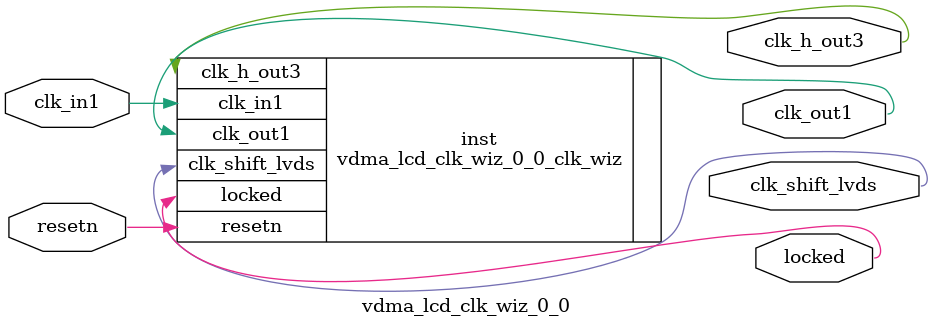
<source format=v>


`timescale 1ps/1ps

(* CORE_GENERATION_INFO = "vdma_lcd_clk_wiz_0_0,clk_wiz_v6_0_1_0_0,{component_name=vdma_lcd_clk_wiz_0_0,use_phase_alignment=true,use_min_o_jitter=false,use_max_i_jitter=false,use_dyn_phase_shift=false,use_inclk_switchover=false,use_dyn_reconfig=false,enable_axi=0,feedback_source=FDBK_AUTO,PRIMITIVE=MMCM,num_out_clk=3,clkin1_period=10.000,clkin2_period=10.000,use_power_down=false,use_reset=true,use_locked=true,use_inclk_stopped=false,feedback_type=SINGLE,CLOCK_MGR_TYPE=NA,manual_override=false}" *)

module vdma_lcd_clk_wiz_0_0 
 (
  // Clock out ports
  output        clk_out1,
  output        clk_shift_lvds,
  output        clk_h_out3,
  // Status and control signals
  input         resetn,
  output        locked,
 // Clock in ports
  input         clk_in1
 );

  vdma_lcd_clk_wiz_0_0_clk_wiz inst
  (
  // Clock out ports  
  .clk_out1(clk_out1),
  .clk_shift_lvds(clk_shift_lvds),
  .clk_h_out3(clk_h_out3),
  // Status and control signals               
  .resetn(resetn), 
  .locked(locked),
 // Clock in ports
  .clk_in1(clk_in1)
  );

endmodule

</source>
